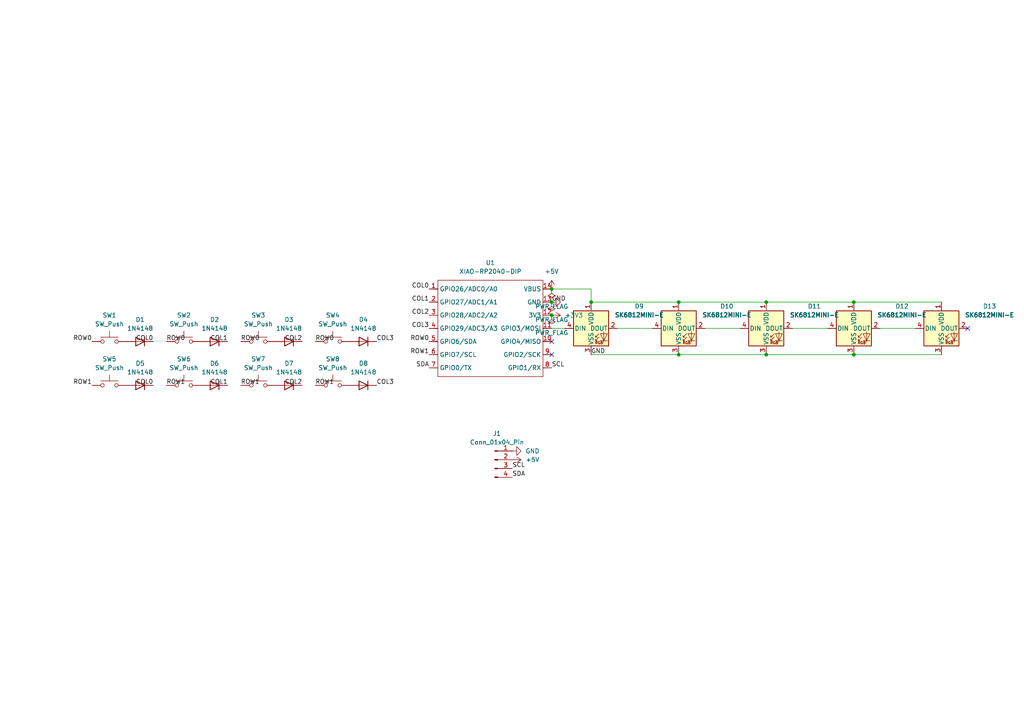
<source format=kicad_sch>
(kicad_sch (version 20250114) (generator "eeschema") (generator_version "9.0")
  (paper "A4")
  (lib_symbols
    (symbol "Connector:Conn_01x04_Pin" (pin_names (offset 1.016) (hide yes))
      (property "Reference" "J" (at 0 5.08 0))
      (property "Value" "Conn_01x04_Pin" (at 0 -7.62 0))
      (symbol "Conn_01x04_Pin_1_1"
        (rectangle (start 0.8636 2.667) (end 0 2.413) (stroke (width 0.1524)) (fill (type outline)))
        (rectangle (start 0.8636 0.127) (end 0 -0.127) (stroke (width 0.1524)) (fill (type outline)))
        (rectangle (start 0.8636 -2.413) (end 0 -2.667) (stroke (width 0.1524)) (fill (type outline)))
        (rectangle (start 0.8636 -4.953) (end 0 -5.207) (stroke (width 0.1524)) (fill (type outline)))
        (polyline (pts (xy 1.27 2.54) (xy 0.8636 2.54)) (stroke (width 0.1524)))
        (polyline (pts (xy 1.27 0) (xy 0.8636 0)) (stroke (width 0.1524)))
        (polyline (pts (xy 1.27 -2.54) (xy 0.8636 -2.54)) (stroke (width 0.1524)))
        (polyline (pts (xy 1.27 -5.08) (xy 0.8636 -5.08)) (stroke (width 0.1524)))
        (pin passive line (at 5.08 2.54 180) (length 3.81) (name "Pin_1") (number "1"))
        (pin passive line (at 5.08 0 180) (length 3.81) (name "Pin_2") (number "2"))
        (pin passive line (at 5.08 -2.54 180) (length 3.81) (name "Pin_3") (number "3"))
        (pin passive line (at 5.08 -5.08 180) (length 3.81) (name "Pin_4") (number "4"))
      )
    )
    (symbol "Diode:1N4148" (pin_numbers (hide yes)) (pin_names (hide yes))
      (property "Reference" "D" (at 0 2.54 0))
      (property "Value" "1N4148" (at 0 -2.54 0))
      (symbol "1N4148_0_1"
        (polyline (pts (xy -1.27 1.27) (xy -1.27 -1.27)) (stroke (width 0.254)))
        (polyline (pts (xy 1.27 1.27) (xy 1.27 -1.27) (xy -1.27 0) (xy 1.27 1.27)) (stroke (width 0.254)))
        (polyline (pts (xy 1.27 0) (xy -1.27 0)))
      )
      (symbol "1N4148_1_1"
        (pin passive line (at -3.81 0 0) (length 2.54) (name "K") (number "1"))
        (pin passive line (at 3.81 0 180) (length 2.54) (name "A") (number "2"))
      )
    )
    (symbol "OPL Library:XIAO-RP2040-DIP"
      (property "Reference" "U" (at 0 0 0))
      (property "Value" "XIAO-RP2040-DIP" (at 5.334 -1.778 0))
      (symbol "XIAO-RP2040-DIP_1_0"
        (polyline (pts (xy -1.27 -2.54) (xy 29.21 -2.54)) (stroke (width 0.1524)))
        (polyline (pts (xy -1.27 -5.08) (xy -2.54 -5.08)) (stroke (width 0.1524)))
        (polyline (pts (xy -1.27 -5.08) (xy -1.27 -2.54)) (stroke (width 0.1524)))
        (polyline (pts (xy -1.27 -8.89) (xy -2.54 -8.89)) (stroke (width 0.1524)))
        (polyline (pts (xy -1.27 -8.89) (xy -1.27 -5.08)) (stroke (width 0.1524)))
        (polyline (pts (xy -1.27 -12.7) (xy -2.54 -12.7)) (stroke (width 0.1524)))
        (polyline (pts (xy -1.27 -12.7) (xy -1.27 -8.89)) (stroke (width 0.1524)))
        (polyline (pts (xy -1.27 -16.51) (xy -2.54 -16.51)) (stroke (width 0.1524)))
        (polyline (pts (xy -1.27 -16.51) (xy -1.27 -12.7)) (stroke (width 0.1524)))
        (polyline (pts (xy -1.27 -20.32) (xy -2.54 -20.32)) (stroke (width 0.1524)))
        (polyline (pts (xy -1.27 -24.13) (xy -2.54 -24.13)) (stroke (width 0.1524)))
        (polyline (pts (xy -1.27 -27.94) (xy -2.54 -27.94)) (stroke (width 0.1524)))
        (polyline (pts (xy -1.27 -30.48) (xy -1.27 -16.51)) (stroke (width 0.1524)))
        (polyline (pts (xy 29.21 -2.54) (xy 29.21 -5.08)) (stroke (width 0.1524)))
        (polyline (pts (xy 29.21 -5.08) (xy 29.21 -8.89)) (stroke (width 0.1524)))
        (polyline (pts (xy 29.21 -8.89) (xy 29.21 -12.7)) (stroke (width 0.1524)))
        (polyline (pts (xy 29.21 -12.7) (xy 29.21 -30.48)) (stroke (width 0.1524)))
        (polyline (pts (xy 29.21 -30.48) (xy -1.27 -30.48)) (stroke (width 0.1524)))
        (polyline (pts (xy 30.48 -5.08) (xy 29.21 -5.08)) (stroke (width 0.1524)))
        (polyline (pts (xy 30.48 -8.89) (xy 29.21 -8.89)) (stroke (width 0.1524)))
        (polyline (pts (xy 30.48 -12.7) (xy 29.21 -12.7)) (stroke (width 0.1524)))
        (polyline (pts (xy 30.48 -16.51) (xy 29.21 -16.51)) (stroke (width 0.1524)))
        (polyline (pts (xy 30.48 -20.32) (xy 29.21 -20.32)) (stroke (width 0.1524)))
        (polyline (pts (xy 30.48 -24.13) (xy 29.21 -24.13)) (stroke (width 0.1524)))
        (polyline (pts (xy 30.48 -27.94) (xy 29.21 -27.94)) (stroke (width 0.1524)))
        (pin passive line (at -3.81 -5.08 0) (length 2.54) (name "GPIO26/ADC0/A0") (number "1"))
        (pin passive line (at -3.81 -8.89 0) (length 2.54) (name "GPIO27/ADC1/A1") (number "2"))
        (pin passive line (at -3.81 -12.7 0) (length 2.54) (name "GPIO28/ADC2/A2") (number "3"))
        (pin passive line (at -3.81 -16.51 0) (length 2.54) (name "GPIO29/ADC3/A3") (number "4"))
        (pin passive line (at -3.81 -20.32 0) (length 2.54) (name "GPIO6/SDA") (number "5"))
        (pin passive line (at -3.81 -24.13 0) (length 2.54) (name "GPIO7/SCL") (number "6"))
        (pin passive line (at -3.81 -27.94 0) (length 2.54) (name "GPIO0/TX") (number "7"))
        (pin passive line (at 31.75 -5.08 180) (length 2.54) (name "VBUS") (number "14"))
        (pin passive line (at 31.75 -8.89 180) (length 2.54) (name "GND") (number "13"))
        (pin passive line (at 31.75 -12.7 180) (length 2.54) (name "3V3") (number "12"))
        (pin passive line (at 31.75 -16.51 180) (length 2.54) (name "GPIO3/MOSI") (number "11"))
        (pin passive line (at 31.75 -20.32 180) (length 2.54) (name "GPIO4/MISO") (number "10"))
        (pin passive line (at 31.75 -24.13 180) (length 2.54) (name "GPIO2/SCK") (number "9"))
        (pin passive line (at 31.75 -27.94 180) (length 2.54) (name "GPIO1/RX") (number "8"))
      )
    )
    (symbol "SK6812MINI-E:SK6812MINI-E" (pin_names (offset 0.254))
      (property "Reference" "D" (at -3.556 5.842 0))
      (property "Value" "SK6812MINI-E" (at -6.604 11.43 0))
      (symbol "SK6812MINI-E_0_0"
        (text "RGB" (at 2.286 -4.191 0) (effects (font (size 0.762 0.762))))
      )
      (symbol "SK6812MINI-E_0_1"
        (rectangle (start -5.08 5.08) (end 5.08 -5.08) (stroke (width 0.254)) (fill (type background)))
        (polyline (pts (xy 1.27 -2.54) (xy 1.778 -2.54)))
        (polyline (pts (xy 1.27 -3.556) (xy 1.778 -3.556)))
        (polyline (pts (xy 2.286 -1.524) (xy 1.27 -2.54) (xy 1.27 -2.032)))
        (polyline (pts (xy 2.286 -2.54) (xy 1.27 -3.556) (xy 1.27 -3.048)))
        (polyline (pts (xy 3.683 -1.016) (xy 3.683 -3.556) (xy 3.683 -4.064)))
        (polyline (pts (xy 4.699 -1.524) (xy 2.667 -1.524) (xy 3.683 -3.556) (xy 4.699 -1.524)))
        (polyline (pts (xy 4.699 -3.556) (xy 2.667 -3.556)))
      )
      (symbol "SK6812MINI-E_1_1"
        (pin input line (at -7.62 0 0) (length 2.54) (name "DIN") (number "4"))
        (pin power_in line (at 0 7.62 270) (length 2.54) (name "VDD") (number "1"))
        (pin power_in line (at 0 -7.62 90) (length 2.54) (name "VSS") (number "3"))
        (pin output line (at 7.62 0 180) (length 2.54) (name "DOUT") (number "2"))
      )
    )
    (symbol "Switch:SW_Push" (pin_numbers (hide yes)) (pin_names (offset 1.016) (hide yes))
      (property "Reference" "SW" (at 1.27 2.54 0))
      (property "Value" "SW_Push" (at 0 -1.524 0))
      (symbol "SW_Push_0_1"
        (circle (center -2.032 0) (radius 0.508))
        (polyline (pts (xy 0 1.27) (xy 0 3.048)))
        (circle (center 2.032 0) (radius 0.508))
        (polyline (pts (xy 2.54 1.27) (xy -2.54 1.27)))
        (pin passive line (at -5.08 0 0) (length 2.54) (name "1") (number "1"))
        (pin passive line (at 5.08 0 180) (length 2.54) (name "2") (number "2"))
      )
    )
    (symbol "power:+3V3" (power) (pin_numbers (hide yes)) (pin_names (offset 0) (hide yes))
      (property "Value" "+3V3" (at 0 3.556 0))
      (symbol "+3V3_0_1"
        (polyline (pts (xy -0.762 1.27) (xy 0 2.54)))
        (polyline (pts (xy 0 2.54) (xy 0.762 1.27)))
        (polyline (pts (xy 0 0) (xy 0 2.54)))
      )
      (symbol "+3V3_1_1"
        (pin power_in line (at 0 0 90) (length 0) (name "~") (number "1"))
      )
    )
    (symbol "power:+5V" (power) (pin_numbers (hide yes)) (pin_names (offset 0) (hide yes))
      (property "Value" "+5V" (at 0 3.556 0))
      (symbol "+5V_0_1"
        (polyline (pts (xy -0.762 1.27) (xy 0 2.54)))
        (polyline (pts (xy 0 2.54) (xy 0.762 1.27)))
        (polyline (pts (xy 0 0) (xy 0 2.54)))
      )
      (symbol "+5V_1_1"
        (pin power_in line (at 0 0 90) (length 0) (name "~") (number "1"))
      )
    )
    (symbol "power:GND" (power) (pin_numbers (hide yes)) (pin_names (offset 0) (hide yes))
      (property "Value" "GND" (at 0 -3.81 0))
      (symbol "GND_0_1"
        (polyline (pts (xy 0 0) (xy 0 -1.27) (xy 1.27 -1.27) (xy 0 -2.54) (xy -1.27 -1.27) (xy 0 -1.27)))
      )
      (symbol "GND_1_1"
        (pin power_in line (at 0 0 270) (length 0) (name "~") (number "1"))
      )
    )
    (symbol "power:PWR_FLAG" (power) (pin_numbers (hide yes)) (pin_names (offset 0) (hide yes))
      (property "Value" "PWR_FLAG" (at 0 3.81 0))
      (symbol "PWR_FLAG_0_0"
        (pin power_out line (at 0 0 90) (length 0) (name "~") (number "1"))
      )
      (symbol "PWR_FLAG_0_1"
        (polyline (pts (xy 0 0) (xy 0 1.27) (xy -1.016 1.905) (xy 0 2.54) (xy 1.016 1.905) (xy 0 1.27)))
      )
    )
  )
  (junction (at 160.02 83.82))
  (junction (at 160.02 87.63))
  (junction (at 222.25 102.87))
  (junction (at 222.25 87.63))
  (junction (at 196.85 102.87))
  (junction (at 247.65 87.63))
  (junction (at 171.45 87.63))
  (junction (at 247.65 102.87))
  (junction (at 196.85 87.63))
  (junction (at 160.02 91.44))
  (no_connect (at 160.02 99.06))
  (no_connect (at 280.67 95.25))
  (no_connect (at 160.02 102.87))
  (wire (pts (xy 171.45 87.63) (xy 171.45 83.82)))
  (wire (pts (xy 179.07 95.25) (xy 189.23 95.25)))
  (wire (pts (xy 247.65 102.87) (xy 273.05 102.87)))
  (wire (pts (xy 196.85 87.63) (xy 222.25 87.63)))
  (wire (pts (xy 222.25 87.63) (xy 247.65 87.63)))
  (wire (pts (xy 196.85 102.87) (xy 222.25 102.87)))
  (wire (pts (xy 171.45 87.63) (xy 196.85 87.63)))
  (wire (pts (xy 222.25 102.87) (xy 247.65 102.87)))
  (wire (pts (xy 160.02 95.25) (xy 163.83 95.25)))
  (wire (pts (xy 171.45 102.87) (xy 196.85 102.87)))
  (wire (pts (xy 255.27 95.25) (xy 265.43 95.25)))
  (wire (pts (xy 229.87 95.25) (xy 240.03 95.25)))
  (wire (pts (xy 247.65 87.63) (xy 273.05 87.63)))
  (wire (pts (xy 160.02 83.82) (xy 171.45 83.82)))
  (wire (pts (xy 204.47 95.25) (xy 214.63 95.25)))
  (label "COL0" (at 44.45 99.06 180))
  (label "COL1" (at 124.46 87.63 180))
  (label "COL2" (at 124.46 91.44 180))
  (label "ROW1" (at 124.46 102.87 180))
  (label "ROW0" (at 91.44 99.06 0))
  (label "SCL" (at 148.59 135.89 0))
  (label "ROW0" (at 124.46 99.06 180))
  (label "ROW0" (at 48.26 99.06 0))
  (label "COL0" (at 44.45 111.76 180))
  (label "ROW1" (at 26.67 111.76 180))
  (label "COL3" (at 109.22 99.06 0))
  (label "COL1" (at 66.04 99.06 180))
  (label "COL1" (at 66.04 111.76 180))
  (label "SCL" (at 160.02 106.68 0))
  (label "SDA" (at 124.46 106.68 180))
  (label "COL2" (at 87.63 111.76 180))
  (label "GND" (at 171.45 102.87 0))
  (label "ROW1" (at 48.26 111.76 0))
  (label "ROW1" (at 69.85 111.76 0))
  (label "COL3" (at 124.46 95.25 180))
  (label "ROW0" (at 69.85 99.06 0))
  (label "GND" (at 160.02 87.63 0))
  (label "SDA" (at 148.59 138.43 0))
  (label "COL2" (at 87.63 99.06 180))
  (label "COL0" (at 124.46 83.82 180))
  (label "ROW1" (at 91.44 111.76 0))
  (label "ROW0" (at 26.67 99.06 180))
  (label "COL3" (at 109.22 111.76 0))
  (symbol (lib_id "power:+3V3") (at 160.02 91.44 270) (unit 1)
    (property "Reference" "#PWR02" (effects (hide yes)))
    (property "Value" "+3V3" (at 163.83 91.4399 90) (effects (justify left)))
    (property "Description" "Power symbol creates a global label with name \"+3V3\"" (effects (hide yes)))
  )
  (symbol (lib_id "Connector:Conn_01x04_Pin") (at 143.51 133.35 0) (unit 1)
    (property "Reference" "J1" (at 144.145 125.73 0))
    (property "Value" "Conn_01x04_Pin" (at 144.145 128.27 0))
    (property "Footprint" "KiCad-SSD1306-0.91-OLED-4pin-128x32.pretty-master:SSD1306-0.91-OLED-4pin-128x32" (effects (hide yes)))
    (property "Description" "Generic connector, single row, 01x04, script generated" (effects (hide yes)))
  )
  (symbol (lib_id "SK6812MINI-E:SK6812MINI-E") (at 222.25 95.25 0) (unit 1)
    (property "Reference" "D11" (at 236.22 88.8298 0))
    (property "Value" "SK6812MINI-E" (at 236.22 91.3699 0) (effects (font (thickness 0.254) (bold yes))))
    (property "Footprint" "footprints:SK6812MINI-E_fixed" (effects (hide yes)))
    (property "Datasheet" "https://cdn-shop.adafruit.com/product-files/4960/4960_SK6812MINI-E_REV02_EN.pdf" (effects (hide yes)))
    (property "Description" "RGB LED with integrated controller" (effects (hide yes)))
  )
  (symbol (lib_id "Switch:SW_Push") (at 74.93 111.76 0) (unit 1)
    (property "Reference" "SW7" (at 74.93 104.14 0))
    (property "Value" "SW_Push" (at 74.93 106.68 0))
    (property "Footprint" "Button_Switch_Keyboard:SW_Cherry_MX_1.00u_PCB" (effects (hide yes)))
    (property "Description" "Push button switch, generic, two pins" (effects (hide yes)))
  )
  (symbol (lib_id "Switch:SW_Push") (at 53.34 99.06 0) (unit 1)
    (property "Reference" "SW2" (at 53.34 91.44 0))
    (property "Value" "SW_Push" (at 53.34 93.98 0))
    (property "Footprint" "Button_Switch_Keyboard:SW_Cherry_MX_1.00u_PCB" (effects (hide yes)))
    (property "Description" "Push button switch, generic, two pins" (effects (hide yes)))
  )
  (symbol (lib_id "Diode:1N4148") (at 62.23 111.76 180) (unit 1)
    (property "Reference" "D6" (at 62.23 105.41 0))
    (property "Value" "1N4148" (at 62.23 107.95 0))
    (property "Footprint" "Diode_THT:D_DO-35_SOD27_P7.62mm_Horizontal" (effects (hide yes)))
    (property "Datasheet" "https://assets.nexperia.com/documents/data-sheet/1N4148_1N4448.pdf" (effects (hide yes)))
    (property "Description" "100V 0.15A standard switching diode, DO-35" (effects (hide yes)))
    (property "Sim.Device" "D" (effects (hide yes)))
    (property "Sim.Pins" "1=K 2=A" (effects (hide yes)))
  )
  (symbol (lib_id "power:GND") (at 148.59 130.81 90) (unit 1)
    (property "Reference" "#PWR04" (effects (hide yes)))
    (property "Value" "GND" (at 152.4 130.8099 90) (effects (justify right)))
    (property "Description" "Power symbol creates a global label with name \"GND\" , ground" (effects (hide yes)))
  )
  (symbol (lib_id "SK6812MINI-E:SK6812MINI-E") (at 273.05 95.25 0) (unit 1)
    (property "Reference" "D13" (at 287.02 88.8298 0))
    (property "Value" "SK6812MINI-E" (at 287.02 91.3699 0) (effects (font (thickness 0.254) (bold yes))))
    (property "Footprint" "footprints:SK6812MINI-E_fixed" (effects (hide yes)))
    (property "Datasheet" "https://cdn-shop.adafruit.com/product-files/4960/4960_SK6812MINI-E_REV02_EN.pdf" (effects (hide yes)))
    (property "Description" "RGB LED with integrated controller" (effects (hide yes)))
  )
  (symbol (lib_id "SK6812MINI-E:SK6812MINI-E") (at 196.85 95.25 0) (unit 1)
    (property "Reference" "D10" (at 210.82 88.8298 0))
    (property "Value" "SK6812MINI-E" (at 210.82 91.3699 0) (effects (font (thickness 0.254) (bold yes))))
    (property "Footprint" "footprints:SK6812MINI-E_fixed" (effects (hide yes)))
    (property "Datasheet" "https://cdn-shop.adafruit.com/product-files/4960/4960_SK6812MINI-E_REV02_EN.pdf" (effects (hide yes)))
    (property "Description" "RGB LED with integrated controller" (effects (hide yes)))
  )
  (symbol (lib_id "power:PWR_FLAG") (at 160.02 91.44 180) (unit 1)
    (property "Reference" "#FLG03" (effects (hide yes)))
    (property "Value" "PWR_FLAG" (at 160.02 96.52 0))
    (property "Description" "Special symbol for telling ERC where power comes from" (effects (hide yes)))
  )
  (symbol (lib_id "Diode:1N4148") (at 83.82 111.76 180) (unit 1)
    (property "Reference" "D7" (at 83.82 105.41 0))
    (property "Value" "1N4148" (at 83.82 107.95 0))
    (property "Footprint" "Diode_THT:D_DO-35_SOD27_P7.62mm_Horizontal" (effects (hide yes)))
    (property "Datasheet" "https://assets.nexperia.com/documents/data-sheet/1N4148_1N4448.pdf" (effects (hide yes)))
    (property "Description" "100V 0.15A standard switching diode, DO-35" (effects (hide yes)))
    (property "Sim.Device" "D" (effects (hide yes)))
    (property "Sim.Pins" "1=K 2=A" (effects (hide yes)))
  )
  (symbol (lib_id "Diode:1N4148") (at 83.82 99.06 180) (unit 1)
    (property "Reference" "D3" (at 83.82 92.71 0))
    (property "Value" "1N4148" (at 83.82 95.25 0))
    (property "Footprint" "Diode_THT:D_DO-35_SOD27_P7.62mm_Horizontal" (effects (hide yes)))
    (property "Datasheet" "https://assets.nexperia.com/documents/data-sheet/1N4148_1N4448.pdf" (effects (hide yes)))
    (property "Description" "100V 0.15A standard switching diode, DO-35" (effects (hide yes)))
    (property "Sim.Device" "D" (effects (hide yes)))
    (property "Sim.Pins" "1=K 2=A" (effects (hide yes)))
  )
  (symbol (lib_id "Switch:SW_Push") (at 74.93 99.06 0) (unit 1)
    (property "Reference" "SW3" (at 74.93 91.44 0))
    (property "Value" "SW_Push" (at 74.93 93.98 0))
    (property "Footprint" "Button_Switch_Keyboard:SW_Cherry_MX_1.00u_PCB" (effects (hide yes)))
    (property "Description" "Push button switch, generic, two pins" (effects (hide yes)))
  )
  (symbol (lib_id "power:PWR_FLAG") (at 160.02 83.82 180) (unit 1)
    (property "Reference" "#FLG01" (effects (hide yes)))
    (property "Value" "PWR_FLAG" (at 160.02 88.9 0))
    (property "Description" "Special symbol for telling ERC where power comes from" (effects (hide yes)))
  )
  (symbol (lib_id "Switch:SW_Push") (at 53.34 111.76 0) (unit 1)
    (property "Reference" "SW6" (at 53.34 104.14 0))
    (property "Value" "SW_Push" (at 53.34 106.68 0))
    (property "Footprint" "Button_Switch_Keyboard:SW_Cherry_MX_1.00u_PCB" (effects (hide yes)))
    (property "Description" "Push button switch, generic, two pins" (effects (hide yes)))
  )
  (symbol (lib_id "OPL Library:XIAO-RP2040-DIP") (at 128.27 78.74 0) (unit 1)
    (property "Reference" "U1" (at 142.24 76.2 0))
    (property "Value" "XIAO-RP2040-DIP" (at 142.24 78.74 0))
    (property "Footprint" "footprints:XIAO-Generic-Hybrid-14P-2.54-21X17.8MM" (effects (hide yes)))
  )
  (symbol (lib_id "Diode:1N4148") (at 40.64 111.76 180) (unit 1)
    (property "Reference" "D5" (at 40.64 105.41 0))
    (property "Value" "1N4148" (at 40.64 107.95 0))
    (property "Footprint" "Diode_THT:D_DO-35_SOD27_P7.62mm_Horizontal" (effects (hide yes)))
    (property "Datasheet" "https://assets.nexperia.com/documents/data-sheet/1N4148_1N4448.pdf" (effects (hide yes)))
    (property "Description" "100V 0.15A standard switching diode, DO-35" (effects (hide yes)))
    (property "Sim.Device" "D" (effects (hide yes)))
    (property "Sim.Pins" "1=K 2=A" (effects (hide yes)))
  )
  (symbol (lib_id "power:+5V") (at 148.59 133.35 270) (unit 1)
    (property "Reference" "#PWR05" (effects (hide yes)))
    (property "Value" "+5V" (at 152.4 133.3499 90) (effects (justify left)))
    (property "Description" "Power symbol creates a global label with name \"+5V\"" (effects (hide yes)))
  )
  (symbol (lib_id "SK6812MINI-E:SK6812MINI-E") (at 171.45 95.25 0) (unit 1)
    (property "Reference" "D9" (at 185.42 88.8298 0))
    (property "Value" "SK6812MINI-E" (at 185.42 91.3699 0) (effects (font (thickness 0.254) (bold yes))))
    (property "Footprint" "footprints:SK6812MINI-E_fixed" (effects (hide yes)))
    (property "Datasheet" "https://cdn-shop.adafruit.com/product-files/4960/4960_SK6812MINI-E_REV02_EN.pdf" (effects (hide yes)))
    (property "Description" "RGB LED with integrated controller" (effects (hide yes)))
  )
  (symbol (lib_id "Switch:SW_Push") (at 96.52 111.76 0) (unit 1)
    (property "Reference" "SW8" (at 96.52 104.14 0))
    (property "Value" "SW_Push" (at 96.52 106.68 0))
    (property "Footprint" "Button_Switch_Keyboard:SW_Cherry_MX_1.00u_PCB" (effects (hide yes)))
    (property "Description" "Push button switch, generic, two pins" (effects (hide yes)))
  )
  (symbol (lib_id "Diode:1N4148") (at 62.23 99.06 180) (unit 1)
    (property "Reference" "D2" (at 62.23 92.71 0))
    (property "Value" "1N4148" (at 62.23 95.25 0))
    (property "Footprint" "Diode_THT:D_DO-35_SOD27_P7.62mm_Horizontal" (effects (hide yes)))
    (property "Datasheet" "https://assets.nexperia.com/documents/data-sheet/1N4148_1N4448.pdf" (effects (hide yes)))
    (property "Description" "100V 0.15A standard switching diode, DO-35" (effects (hide yes)))
    (property "Sim.Device" "D" (effects (hide yes)))
    (property "Sim.Pins" "1=K 2=A" (effects (hide yes)))
  )
  (symbol (lib_id "SK6812MINI-E:SK6812MINI-E") (at 247.65 95.25 0) (unit 1)
    (property "Reference" "D12" (at 261.62 88.8298 0))
    (property "Value" "SK6812MINI-E" (at 261.62 91.3699 0) (effects (font (thickness 0.254) (bold yes))))
    (property "Footprint" "footprints:SK6812MINI-E_fixed" (effects (hide yes)))
    (property "Datasheet" "https://cdn-shop.adafruit.com/product-files/4960/4960_SK6812MINI-E_REV02_EN.pdf" (effects (hide yes)))
    (property "Description" "RGB LED with integrated controller" (effects (hide yes)))
  )
  (symbol (lib_id "power:GND") (at 160.02 87.63 90) (unit 1)
    (property "Reference" "#PWR01" (effects (hide yes)))
    (property "Value" "GND" (effects (hide yes)))
    (property "Description" "Power symbol creates a global label with name \"GND\" , ground" (effects (hide yes)))
  )
  (symbol (lib_id "Diode:1N4148") (at 40.64 99.06 180) (unit 1)
    (property "Reference" "D1" (at 40.64 92.71 0))
    (property "Value" "1N4148" (at 40.64 95.25 0))
    (property "Footprint" "Diode_THT:D_DO-35_SOD27_P7.62mm_Horizontal" (effects (hide yes)))
    (property "Datasheet" "https://assets.nexperia.com/documents/data-sheet/1N4148_1N4448.pdf" (effects (hide yes)))
    (property "Description" "100V 0.15A standard switching diode, DO-35" (effects (hide yes)))
    (property "Sim.Device" "D" (effects (hide yes)))
    (property "Sim.Pins" "1=K 2=A" (effects (hide yes)))
  )
  (symbol (lib_id "Switch:SW_Push") (at 31.75 99.06 0) (unit 1)
    (property "Reference" "SW1" (at 31.75 91.44 0))
    (property "Value" "SW_Push" (at 31.75 93.98 0))
    (property "Footprint" "Button_Switch_Keyboard:SW_Cherry_MX_1.00u_PCB" (effects (hide yes)))
    (property "Description" "Push button switch, generic, two pins" (effects (hide yes)))
  )
  (symbol (lib_id "power:PWR_FLAG") (at 160.02 87.63 180) (unit 1)
    (property "Reference" "#FLG02" (effects (hide yes)))
    (property "Value" "PWR_FLAG" (at 160.02 92.71 0))
    (property "Description" "Special symbol for telling ERC where power comes from" (effects (hide yes)))
  )
  (symbol (lib_id "Diode:1N4148") (at 105.41 111.76 180) (unit 1)
    (property "Reference" "D8" (at 105.41 105.41 0))
    (property "Value" "1N4148" (at 105.41 107.95 0))
    (property "Footprint" "Diode_THT:D_DO-35_SOD27_P7.62mm_Horizontal" (effects (hide yes)))
    (property "Datasheet" "https://assets.nexperia.com/documents/data-sheet/1N4148_1N4448.pdf" (effects (hide yes)))
    (property "Description" "100V 0.15A standard switching diode, DO-35" (effects (hide yes)))
    (property "Sim.Device" "D" (effects (hide yes)))
    (property "Sim.Pins" "1=K 2=A" (effects (hide yes)))
  )
  (symbol (lib_id "Switch:SW_Push") (at 31.75 111.76 0) (unit 1)
    (property "Reference" "SW5" (at 31.75 104.14 0))
    (property "Value" "SW_Push" (at 31.75 106.68 0))
    (property "Footprint" "Button_Switch_Keyboard:SW_Cherry_MX_1.00u_PCB" (effects (hide yes)))
    (property "Description" "Push button switch, generic, two pins" (effects (hide yes)))
  )
  (symbol (lib_id "Diode:1N4148") (at 105.41 99.06 180) (unit 1)
    (property "Reference" "D4" (at 105.41 92.71 0))
    (property "Value" "1N4148" (at 105.41 95.25 0))
    (property "Footprint" "Diode_THT:D_DO-35_SOD27_P7.62mm_Horizontal" (effects (hide yes)))
    (property "Datasheet" "https://assets.nexperia.com/documents/data-sheet/1N4148_1N4448.pdf" (effects (hide yes)))
    (property "Description" "100V 0.15A standard switching diode, DO-35" (effects (hide yes)))
    (property "Sim.Device" "D" (effects (hide yes)))
    (property "Sim.Pins" "1=K 2=A" (effects (hide yes)))
  )
  (symbol (lib_id "power:+5V") (at 160.02 83.82 0) (unit 1)
    (property "Reference" "#PWR03" (effects (hide yes)))
    (property "Value" "+5V" (at 160.02 78.74 0))
    (property "Description" "Power symbol creates a global label with name \"+5V\"" (effects (hide yes)))
  )
  (symbol (lib_id "Switch:SW_Push") (at 96.52 99.06 0) (unit 1)
    (property "Reference" "SW4" (at 96.52 91.44 0))
    (property "Value" "SW_Push" (at 96.52 93.98 0))
    (property "Footprint" "Button_Switch_Keyboard:SW_Cherry_MX_1.00u_PCB" (effects (hide yes)))
    (property "Description" "Push button switch, generic, two pins" (effects (hide yes)))
  )
)
</source>
